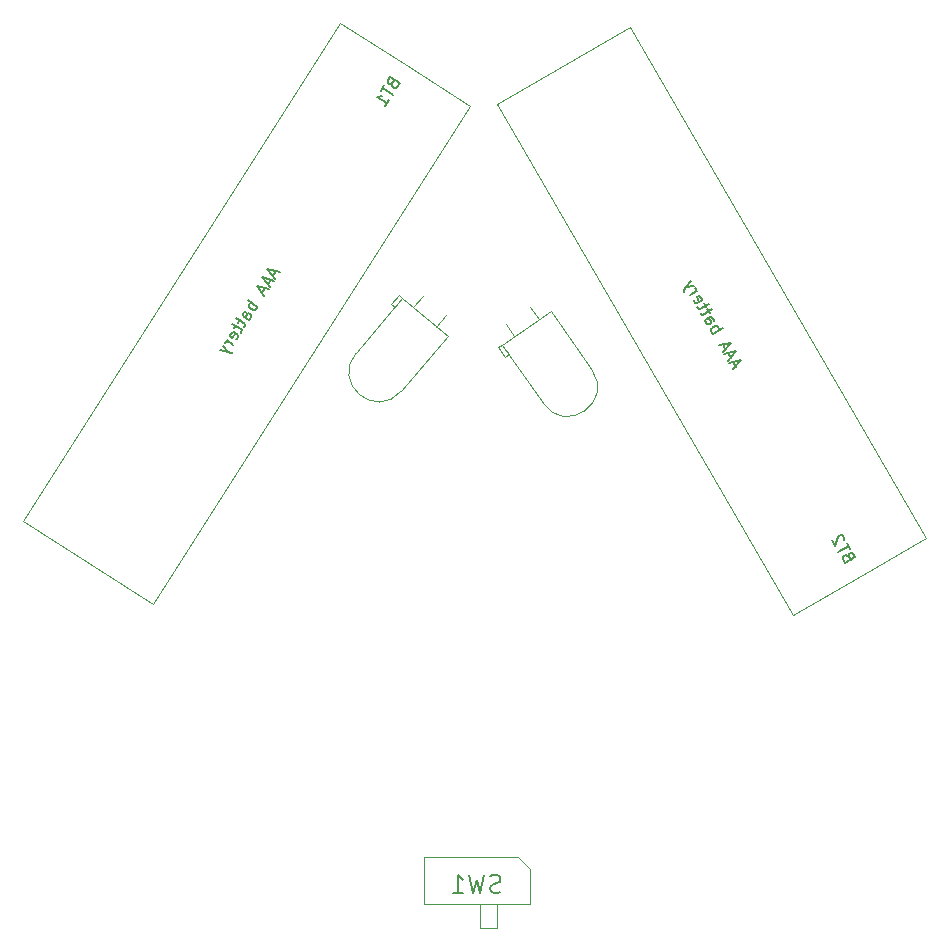
<source format=gbr>
%TF.GenerationSoftware,KiCad,Pcbnew,7.0.1-0*%
%TF.CreationDate,2023-04-12T18:06:33-07:00*%
%TF.ProjectId,GlowArtPCBv3,476c6f77-4172-4745-9043-4276332e6b69,rev?*%
%TF.SameCoordinates,Original*%
%TF.FileFunction,AssemblyDrawing,Bot*%
%FSLAX46Y46*%
G04 Gerber Fmt 4.6, Leading zero omitted, Abs format (unit mm)*
G04 Created by KiCad (PCBNEW 7.0.1-0) date 2023-04-12 18:06:33*
%MOMM*%
%LPD*%
G01*
G04 APERTURE LIST*
%ADD10C,0.150000*%
%ADD11C,0.100000*%
G04 APERTURE END LIST*
D10*
%TO.C,BT1*%
X72982967Y-52923224D02*
X72727110Y-53324839D01*
X73275107Y-52996415D02*
X72252616Y-52740246D01*
X72252616Y-52740246D02*
X72916908Y-53558676D01*
X72522425Y-53646131D02*
X72266568Y-54047746D01*
X72814565Y-53719323D02*
X71792074Y-53463153D01*
X71792074Y-53463153D02*
X72456365Y-54281584D01*
X72061882Y-54369038D02*
X71806025Y-54770653D01*
X72354022Y-54442230D02*
X71331531Y-54186060D01*
X71331531Y-54186060D02*
X71995823Y-55004491D01*
X71407351Y-55928205D02*
X70563960Y-55390906D01*
X70885252Y-55595591D02*
X70793919Y-55650329D01*
X70793919Y-55650329D02*
X70691576Y-55810975D01*
X70691576Y-55810975D02*
X70680566Y-55916883D01*
X70680566Y-55916883D02*
X70695142Y-55982630D01*
X70695142Y-55982630D02*
X70749879Y-56073963D01*
X70749879Y-56073963D02*
X70990848Y-56227478D01*
X70990848Y-56227478D02*
X71096757Y-56238487D01*
X71096757Y-56238487D02*
X71162504Y-56223912D01*
X71162504Y-56223912D02*
X71253837Y-56169174D01*
X71253837Y-56169174D02*
X71356180Y-56008528D01*
X71356180Y-56008528D02*
X71367190Y-55902620D01*
X70690952Y-57052727D02*
X70249175Y-56771285D01*
X70249175Y-56771285D02*
X70194438Y-56679952D01*
X70194438Y-56679952D02*
X70205448Y-56574043D01*
X70205448Y-56574043D02*
X70307791Y-56413397D01*
X70307791Y-56413397D02*
X70399124Y-56358660D01*
X70650790Y-57027142D02*
X70742123Y-56972404D01*
X70742123Y-56972404D02*
X70870052Y-56771597D01*
X70870052Y-56771597D02*
X70881062Y-56665688D01*
X70881062Y-56665688D02*
X70826324Y-56574355D01*
X70826324Y-56574355D02*
X70746001Y-56523184D01*
X70746001Y-56523184D02*
X70640093Y-56512174D01*
X70640093Y-56512174D02*
X70548760Y-56566911D01*
X70548760Y-56566911D02*
X70420831Y-56767719D01*
X70420831Y-56767719D02*
X70329498Y-56822456D01*
X69949591Y-56975658D02*
X69744905Y-57296950D01*
X69591703Y-56917043D02*
X70314610Y-57377585D01*
X70314610Y-57377585D02*
X70369348Y-57468918D01*
X70369348Y-57468918D02*
X70358338Y-57574827D01*
X70358338Y-57574827D02*
X70307166Y-57655150D01*
X69642562Y-57457597D02*
X69437877Y-57778888D01*
X69284675Y-57398981D02*
X70007582Y-57859524D01*
X70007582Y-57859524D02*
X70062319Y-57950857D01*
X70062319Y-57950857D02*
X70051309Y-58056765D01*
X70051309Y-58056765D02*
X70000138Y-58137088D01*
X69576191Y-58713925D02*
X69667523Y-58659188D01*
X69667523Y-58659188D02*
X69769866Y-58498542D01*
X69769866Y-58498542D02*
X69780876Y-58392633D01*
X69780876Y-58392633D02*
X69726139Y-58301300D01*
X69726139Y-58301300D02*
X69404847Y-58096615D01*
X69404847Y-58096615D02*
X69298938Y-58085605D01*
X69298938Y-58085605D02*
X69207605Y-58140342D01*
X69207605Y-58140342D02*
X69105263Y-58300988D01*
X69105263Y-58300988D02*
X69094253Y-58406897D01*
X69094253Y-58406897D02*
X69148990Y-58498230D01*
X69148990Y-58498230D02*
X69229313Y-58549401D01*
X69229313Y-58549401D02*
X69565493Y-58198958D01*
X69360495Y-59141126D02*
X68798234Y-58782926D01*
X68958880Y-58885269D02*
X68852971Y-58874259D01*
X68852971Y-58874259D02*
X68787224Y-58888835D01*
X68787224Y-58888835D02*
X68695891Y-58943572D01*
X68695891Y-58943572D02*
X68644720Y-59023895D01*
X68516791Y-59224703D02*
X68951124Y-59783710D01*
X68260934Y-59626318D02*
X68951124Y-59783710D01*
X68951124Y-59783710D02*
X69203103Y-59831316D01*
X69203103Y-59831316D02*
X69268850Y-59816740D01*
X69268850Y-59816740D02*
X69360183Y-59762003D01*
X82837337Y-37011828D02*
X82800741Y-37157898D01*
X82800741Y-37157898D02*
X82815317Y-37223645D01*
X82815317Y-37223645D02*
X82870055Y-37314978D01*
X82870055Y-37314978D02*
X82990539Y-37391735D01*
X82990539Y-37391735D02*
X83096448Y-37402745D01*
X83096448Y-37402745D02*
X83162195Y-37388170D01*
X83162195Y-37388170D02*
X83253528Y-37333432D01*
X83253528Y-37333432D02*
X83458213Y-37012140D01*
X83458213Y-37012140D02*
X82614822Y-36474841D01*
X82614822Y-36474841D02*
X82435722Y-36755971D01*
X82435722Y-36755971D02*
X82424712Y-36861880D01*
X82424712Y-36861880D02*
X82439288Y-36927627D01*
X82439288Y-36927627D02*
X82494025Y-37018960D01*
X82494025Y-37018960D02*
X82574348Y-37070131D01*
X82574348Y-37070131D02*
X82680257Y-37081141D01*
X82680257Y-37081141D02*
X82746004Y-37066565D01*
X82746004Y-37066565D02*
X82837337Y-37011828D01*
X82837337Y-37011828D02*
X83016437Y-36730698D01*
X82154279Y-37197748D02*
X81847251Y-37679686D01*
X82844157Y-37976016D02*
X82000765Y-37438717D01*
X82230100Y-38939892D02*
X82537128Y-38457954D01*
X82383614Y-38698923D02*
X81540223Y-38161624D01*
X81540223Y-38161624D02*
X81711878Y-38158058D01*
X81711878Y-38158058D02*
X81843373Y-38128906D01*
X81843373Y-38128906D02*
X81934706Y-38074169D01*
%TO.C,BT2*%
X111887510Y-61024222D02*
X111649415Y-60611828D01*
X111687694Y-61249557D02*
X112387052Y-60460882D01*
X112387052Y-60460882D02*
X111354360Y-60672207D01*
X111458939Y-60281914D02*
X111220844Y-59869521D01*
X111259122Y-60507250D02*
X111958481Y-59718575D01*
X111958481Y-59718575D02*
X110925789Y-59929899D01*
X111030367Y-59539606D02*
X110792272Y-59127213D01*
X110830551Y-59764942D02*
X111529909Y-58976267D01*
X111529909Y-58976267D02*
X110497217Y-59187592D01*
X109949598Y-58239087D02*
X110815623Y-57739087D01*
X110485709Y-57929564D02*
X110479329Y-57823275D01*
X110479329Y-57823275D02*
X110384091Y-57658318D01*
X110384091Y-57658318D02*
X110295233Y-57599649D01*
X110295233Y-57599649D02*
X110230184Y-57582219D01*
X110230184Y-57582219D02*
X110123896Y-57588599D01*
X110123896Y-57588599D02*
X109876460Y-57731456D01*
X109876460Y-57731456D02*
X109817791Y-57820315D01*
X109817791Y-57820315D02*
X109800361Y-57885363D01*
X109800361Y-57885363D02*
X109806741Y-57991652D01*
X109806741Y-57991652D02*
X109901979Y-58156609D01*
X109901979Y-58156609D02*
X109990837Y-58215278D01*
X109282931Y-57084387D02*
X109736564Y-56822482D01*
X109736564Y-56822482D02*
X109842852Y-56816102D01*
X109842852Y-56816102D02*
X109931710Y-56874771D01*
X109931710Y-56874771D02*
X110026948Y-57039729D01*
X110026948Y-57039729D02*
X110033328Y-57146017D01*
X109324171Y-57060577D02*
X109330550Y-57166865D01*
X109330550Y-57166865D02*
X109449598Y-57373062D01*
X109449598Y-57373062D02*
X109538456Y-57431731D01*
X109538456Y-57431731D02*
X109644744Y-57425351D01*
X109644744Y-57425351D02*
X109727223Y-57377732D01*
X109727223Y-57377732D02*
X109785892Y-57288874D01*
X109785892Y-57288874D02*
X109779512Y-57182586D01*
X109779512Y-57182586D02*
X109660465Y-56976389D01*
X109660465Y-56976389D02*
X109654085Y-56870101D01*
X109693615Y-56462378D02*
X109503139Y-56132464D01*
X109910861Y-56171994D02*
X109168554Y-56600565D01*
X109168554Y-56600565D02*
X109062266Y-56606945D01*
X109062266Y-56606945D02*
X108973407Y-56548276D01*
X108973407Y-56548276D02*
X108925788Y-56465797D01*
X109407900Y-55967506D02*
X109217424Y-55637592D01*
X109625147Y-55677122D02*
X108882839Y-56105693D01*
X108882839Y-56105693D02*
X108776551Y-56112073D01*
X108776551Y-56112073D02*
X108687693Y-56053404D01*
X108687693Y-56053404D02*
X108640074Y-55970925D01*
X108324170Y-55328526D02*
X108330550Y-55434814D01*
X108330550Y-55434814D02*
X108425788Y-55599771D01*
X108425788Y-55599771D02*
X108514646Y-55658440D01*
X108514646Y-55658440D02*
X108620934Y-55652060D01*
X108620934Y-55652060D02*
X108950849Y-55461584D01*
X108950849Y-55461584D02*
X109009518Y-55372726D01*
X109009518Y-55372726D02*
X109003138Y-55266438D01*
X109003138Y-55266438D02*
X108907900Y-55101480D01*
X108907900Y-55101480D02*
X108819042Y-55042811D01*
X108819042Y-55042811D02*
X108712754Y-55049191D01*
X108712754Y-55049191D02*
X108630275Y-55096810D01*
X108630275Y-55096810D02*
X108785892Y-55556822D01*
X108044836Y-54939942D02*
X108622186Y-54606609D01*
X108457229Y-54701847D02*
X108515898Y-54612988D01*
X108515898Y-54612988D02*
X108533327Y-54547940D01*
X108533327Y-54547940D02*
X108526948Y-54441651D01*
X108526948Y-54441651D02*
X108479329Y-54359173D01*
X108360281Y-54152976D02*
X107663883Y-54280113D01*
X108122186Y-53740583D02*
X107663883Y-54280113D01*
X107663883Y-54280113D02*
X107505305Y-54481639D01*
X107505305Y-54481639D02*
X107487876Y-54546688D01*
X107487876Y-54546688D02*
X107494255Y-54652976D01*
X121450849Y-77112220D02*
X121338181Y-77012312D01*
X121338181Y-77012312D02*
X121273133Y-76994882D01*
X121273133Y-76994882D02*
X121166844Y-77001261D01*
X121166844Y-77001261D02*
X121043126Y-77072690D01*
X121043126Y-77072690D02*
X120984457Y-77161548D01*
X120984457Y-77161548D02*
X120967028Y-77226597D01*
X120967028Y-77226597D02*
X120973407Y-77332885D01*
X120973407Y-77332885D02*
X121163884Y-77662800D01*
X121163884Y-77662800D02*
X122029909Y-77162800D01*
X122029909Y-77162800D02*
X121863242Y-76874125D01*
X121863242Y-76874125D02*
X121774384Y-76815456D01*
X121774384Y-76815456D02*
X121709335Y-76798026D01*
X121709335Y-76798026D02*
X121603047Y-76804406D01*
X121603047Y-76804406D02*
X121520568Y-76852025D01*
X121520568Y-76852025D02*
X121461899Y-76940883D01*
X121461899Y-76940883D02*
X121444469Y-77005932D01*
X121444469Y-77005932D02*
X121450849Y-77112220D01*
X121450849Y-77112220D02*
X121617516Y-77400895D01*
X121601338Y-76420492D02*
X121315623Y-75925621D01*
X120592455Y-76673056D02*
X121458480Y-76173056D01*
X121090287Y-75725804D02*
X121107717Y-75660755D01*
X121107717Y-75660755D02*
X121101337Y-75554467D01*
X121101337Y-75554467D02*
X120982290Y-75348270D01*
X120982290Y-75348270D02*
X120893431Y-75289601D01*
X120893431Y-75289601D02*
X120828383Y-75272171D01*
X120828383Y-75272171D02*
X120722094Y-75278551D01*
X120722094Y-75278551D02*
X120639616Y-75326170D01*
X120639616Y-75326170D02*
X120539707Y-75438838D01*
X120539707Y-75438838D02*
X120330550Y-76219424D01*
X120330550Y-76219424D02*
X120021026Y-75683313D01*
%TO.C,SW1*%
X91979999Y-105472500D02*
X91765714Y-105543928D01*
X91765714Y-105543928D02*
X91408571Y-105543928D01*
X91408571Y-105543928D02*
X91265714Y-105472500D01*
X91265714Y-105472500D02*
X91194285Y-105401071D01*
X91194285Y-105401071D02*
X91122856Y-105258214D01*
X91122856Y-105258214D02*
X91122856Y-105115357D01*
X91122856Y-105115357D02*
X91194285Y-104972500D01*
X91194285Y-104972500D02*
X91265714Y-104901071D01*
X91265714Y-104901071D02*
X91408571Y-104829642D01*
X91408571Y-104829642D02*
X91694285Y-104758214D01*
X91694285Y-104758214D02*
X91837142Y-104686785D01*
X91837142Y-104686785D02*
X91908571Y-104615357D01*
X91908571Y-104615357D02*
X91979999Y-104472500D01*
X91979999Y-104472500D02*
X91979999Y-104329642D01*
X91979999Y-104329642D02*
X91908571Y-104186785D01*
X91908571Y-104186785D02*
X91837142Y-104115357D01*
X91837142Y-104115357D02*
X91694285Y-104043928D01*
X91694285Y-104043928D02*
X91337142Y-104043928D01*
X91337142Y-104043928D02*
X91122856Y-104115357D01*
X90622857Y-104043928D02*
X90265714Y-105543928D01*
X90265714Y-105543928D02*
X89980000Y-104472500D01*
X89980000Y-104472500D02*
X89694285Y-105543928D01*
X89694285Y-105543928D02*
X89337143Y-104043928D01*
X87979999Y-105543928D02*
X88837142Y-105543928D01*
X88408571Y-105543928D02*
X88408571Y-104043928D01*
X88408571Y-104043928D02*
X88551428Y-104258214D01*
X88551428Y-104258214D02*
X88694285Y-104401071D01*
X88694285Y-104401071D02*
X88837142Y-104472500D01*
D11*
%TO.C,BT1*%
X89399534Y-38922662D02*
X83917490Y-35430214D01*
X83917490Y-35430214D02*
X78435446Y-31937767D01*
X78435446Y-31937767D02*
X51570465Y-74107339D01*
X62534554Y-81092234D02*
X89399534Y-38922662D01*
X51570465Y-74107339D02*
X62534554Y-81092234D01*
%TO.C,BT2*%
X116725835Y-82050636D02*
X122355000Y-78800636D01*
X122355000Y-78800636D02*
X127984165Y-75550636D01*
X127984165Y-75550636D02*
X102984165Y-32249365D01*
X91725835Y-38749365D02*
X116725835Y-82050636D01*
X102984165Y-32249365D02*
X91725835Y-38749365D01*
%TO.C,flat side*%
X96223999Y-56281940D02*
X99722815Y-61278768D01*
X96223999Y-56281940D02*
X92128239Y-59149822D01*
X95216442Y-56987439D02*
X95216442Y-56987439D01*
X95216442Y-56987439D02*
X94488000Y-55947116D01*
X94488000Y-55947116D02*
X95216442Y-56987439D01*
X94488000Y-55947116D02*
X94488000Y-55947116D01*
X93135796Y-58444323D02*
X93135796Y-58444323D01*
X93135796Y-58444323D02*
X92407354Y-57404000D01*
X92407354Y-57404000D02*
X93135796Y-58444323D01*
X92407354Y-57404000D02*
X92407354Y-57404000D01*
X92701815Y-59968974D02*
X92128239Y-59149822D01*
X92128239Y-59149822D02*
X95627055Y-64146650D01*
X92128239Y-59149822D02*
X91800578Y-59379253D01*
X92374154Y-60198405D02*
X92701815Y-59968974D01*
X91800578Y-59379253D02*
X92374154Y-60198405D01*
X95627056Y-64146650D02*
G75*
G03*
X99722814Y-61278768I2047879J1433941D01*
G01*
%TO.C,SW1*%
X85470000Y-102520000D02*
X85470000Y-106520000D01*
X85470000Y-106520000D02*
X94470000Y-106520000D01*
X90220000Y-108520000D02*
X90220000Y-106520000D01*
X91720000Y-106520000D02*
X91720000Y-108520000D01*
X91720000Y-108520000D02*
X90220000Y-108520000D01*
X93470000Y-102520000D02*
X85470000Y-102520000D01*
X93470000Y-102520000D02*
X94470000Y-103520000D01*
X94470000Y-106520000D02*
X94470000Y-103520000D01*
%TO.C,flat side*%
X87501894Y-58405505D02*
X83580890Y-63078376D01*
X87501894Y-58405505D02*
X83671672Y-55191567D01*
X86559660Y-57614876D02*
X86559660Y-57614876D01*
X86559660Y-57614876D02*
X87376000Y-56642000D01*
X87376000Y-56642000D02*
X86559660Y-57614876D01*
X87376000Y-56642000D02*
X87376000Y-56642000D01*
X84613907Y-55982196D02*
X84613907Y-55982196D01*
X84613907Y-55982196D02*
X85430247Y-55009319D01*
X85430247Y-55009319D02*
X84613907Y-55982196D01*
X85430247Y-55009319D02*
X85430247Y-55009319D01*
X83028885Y-55957612D02*
X83671672Y-55191567D01*
X83671672Y-55191567D02*
X79750668Y-59864438D01*
X83671672Y-55191567D02*
X83365254Y-54934452D01*
X82722467Y-55700497D02*
X83028885Y-55957612D01*
X83365254Y-54934452D02*
X82722467Y-55700497D01*
X79750669Y-59864439D02*
G75*
G03*
X83580889Y-63078375I1915110J-1606968D01*
G01*
%TD*%
M02*

</source>
